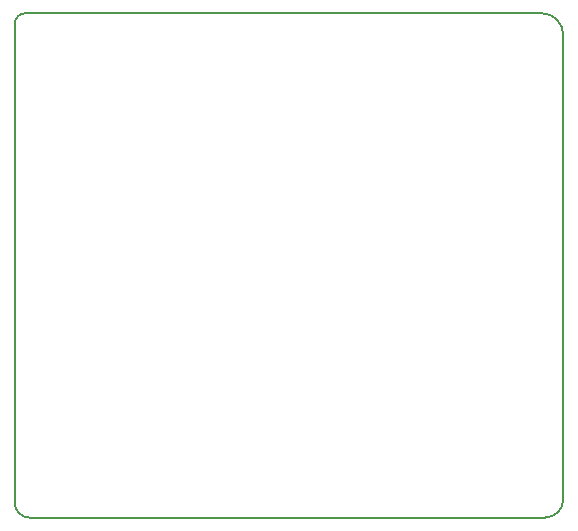
<source format=gbr>
G04*
G04 #@! TF.GenerationSoftware,Altium Limited,Altium Designer,24.7.2 (38)*
G04*
G04 Layer_Color=16711935*
%FSLAX44Y44*%
%MOMM*%
G71*
G04*
G04 #@! TF.SameCoordinates,DA7644E0-93A3-41EC-BC17-E7A0BFE8D910*
G04*
G04*
G04 #@! TF.FilePolarity,Positive*
G04*
G01*
G75*
%ADD11C,0.1270*%
D11*
X462793Y406400D02*
G03*
X462773Y406559I-635J0D01*
G01*
X444506Y425073D02*
G03*
X444500Y425073I-6J-18161D01*
G01*
X462661Y406993D02*
G03*
X444506Y425073I-18161J-81D01*
G01*
X462793Y406400D02*
G03*
X462773Y406559I-635J0D01*
G01*
X444506Y425073D02*
G03*
X444500Y425073I-6J-635D01*
G01*
X462793Y13710D02*
G03*
X462793Y13716I-635J6D01*
G01*
X462793Y13710D02*
G03*
X462793Y13716I-15621J6D01*
G01*
X447172Y-1905D02*
G03*
X462793Y13710I0J15621D01*
G01*
X446532Y-1909D02*
G03*
X446536Y-1909I0J635D01*
G01*
X446532Y-1909D02*
G03*
X446540Y-1909I0J635D01*
G01*
X7366Y425073D02*
G03*
X7292Y425069I0J-635D01*
G01*
X7366Y425073D02*
G03*
X7292Y425069I0J-635D01*
G01*
D02*
G03*
X-1909Y415798I70J-9271D01*
G01*
X10916Y-1909D02*
G03*
X10922Y-1909I6J12827D01*
G01*
X-1905Y10912D02*
G03*
X10916Y-1909I12827J6D01*
G01*
X-1905Y10913D02*
Y10912D01*
Y10918D02*
G03*
X-1905Y10913I12827J0D01*
G01*
X10916Y-1909D02*
G03*
X10922Y-1909I6J635D01*
G01*
X-1909Y11430D02*
G03*
X-1909Y11425I635J0D01*
G01*
X-1905Y10913D02*
G03*
X-1905Y10912I635J5D01*
G01*
X-1909Y11430D02*
G03*
X-1909Y11422I635J0D01*
G01*
X462661Y406993D02*
X462773Y406559D01*
X462793Y13716D02*
Y406400D01*
X447172Y-1905D02*
X447176Y-1905D01*
X446540Y-1909D02*
X447172Y-1905D01*
X446536Y-1909D02*
X446540Y-1909D01*
X10922Y-1909D02*
X446532D01*
X7366Y425073D02*
X444500D01*
X-1909Y11430D02*
Y415798D01*
X-1909Y11425D02*
X-1909Y11422D01*
X-1905Y10913D01*
Y10913D02*
Y10913D01*
M02*

</source>
